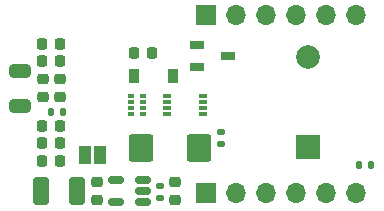
<source format=gbs>
%TF.GenerationSoftware,KiCad,Pcbnew,(6.0.7)*%
%TF.CreationDate,2022-08-25T13:01:18+08:00*%
%TF.ProjectId,T12_SolderingStationScreen,5431325f-536f-46c6-9465-72696e675374,rev?*%
%TF.SameCoordinates,Original*%
%TF.FileFunction,Soldermask,Bot*%
%TF.FilePolarity,Negative*%
%FSLAX45Y45*%
G04 Gerber Fmt 4.5, Leading zero omitted, Abs format (unit mm)*
G04 Created by KiCad (PCBNEW (6.0.7)) date 2022-08-25 13:01:18*
%MOMM*%
%LPD*%
G01*
G04 APERTURE LIST*
G04 Aperture macros list*
%AMRoundRect*
0 Rectangle with rounded corners*
0 $1 Rounding radius*
0 $2 $3 $4 $5 $6 $7 $8 $9 X,Y pos of 4 corners*
0 Add a 4 corners polygon primitive as box body*
4,1,4,$2,$3,$4,$5,$6,$7,$8,$9,$2,$3,0*
0 Add four circle primitives for the rounded corners*
1,1,$1+$1,$2,$3*
1,1,$1+$1,$4,$5*
1,1,$1+$1,$6,$7*
1,1,$1+$1,$8,$9*
0 Add four rect primitives between the rounded corners*
20,1,$1+$1,$2,$3,$4,$5,0*
20,1,$1+$1,$4,$5,$6,$7,0*
20,1,$1+$1,$6,$7,$8,$9,0*
20,1,$1+$1,$8,$9,$2,$3,0*%
G04 Aperture macros list end*
%ADD10RoundRect,0.225000X0.250000X-0.225000X0.250000X0.225000X-0.250000X0.225000X-0.250000X-0.225000X0*%
%ADD11RoundRect,0.225000X-0.250000X0.225000X-0.250000X-0.225000X0.250000X-0.225000X0.250000X0.225000X0*%
%ADD12RoundRect,0.225000X0.225000X0.250000X-0.225000X0.250000X-0.225000X-0.250000X0.225000X-0.250000X0*%
%ADD13R,1.700000X1.700000*%
%ADD14O,1.700000X1.700000*%
%ADD15RoundRect,0.135000X-0.135000X-0.185000X0.135000X-0.185000X0.135000X0.185000X-0.135000X0.185000X0*%
%ADD16R,1.220000X0.650000*%
%ADD17RoundRect,0.135000X0.185000X-0.135000X0.185000X0.135000X-0.185000X0.135000X-0.185000X-0.135000X0*%
%ADD18R,0.800000X0.300000*%
%ADD19R,0.900000X1.200000*%
%ADD20RoundRect,0.135000X0.135000X0.185000X-0.135000X0.185000X-0.135000X-0.185000X0.135000X-0.185000X0*%
%ADD21RoundRect,0.150000X0.512500X0.150000X-0.512500X0.150000X-0.512500X-0.150000X0.512500X-0.150000X0*%
%ADD22R,1.000000X1.500000*%
%ADD23RoundRect,0.135000X-0.185000X0.135000X-0.185000X-0.135000X0.185000X-0.135000X0.185000X0.135000X0*%
%ADD24RoundRect,0.250000X0.650000X-0.325000X0.650000X0.325000X-0.650000X0.325000X-0.650000X-0.325000X0*%
%ADD25R,2.000000X2.000000*%
%ADD26C,2.000000*%
%ADD27RoundRect,0.250000X0.412500X0.925000X-0.412500X0.925000X-0.412500X-0.925000X0.412500X-0.925000X0*%
%ADD28RoundRect,0.250000X-0.787500X-0.925000X0.787500X-0.925000X0.787500X0.925000X-0.787500X0.925000X0*%
%ADD29R,0.500000X0.320000*%
G04 APERTURE END LIST*
D10*
%TO.C,C8*%
X9963220Y-12386340D03*
X9963220Y-12231340D03*
%TD*%
D11*
%TO.C,C2*%
X10934700Y-13103860D03*
X10934700Y-13258860D03*
%TD*%
D12*
%TO.C,C10*%
X10744860Y-12009120D03*
X10589860Y-12009120D03*
%TD*%
D13*
%TO.C,J2*%
X11201360Y-11686460D03*
D14*
X11455360Y-11686460D03*
X11709360Y-11686460D03*
X11963360Y-11686460D03*
X12217360Y-11686460D03*
X12471360Y-11686460D03*
%TD*%
D15*
%TO.C,R3*%
X12499140Y-12956540D03*
X12601140Y-12956540D03*
%TD*%
D12*
%TO.C,C12*%
X9965720Y-12776200D03*
X9810720Y-12776200D03*
%TD*%
D16*
%TO.C,Q1*%
X11126280Y-12132060D03*
X11126280Y-11942060D03*
X11388280Y-12037060D03*
%TD*%
D17*
%TO.C,R2*%
X11325860Y-12778940D03*
X11325860Y-12676940D03*
%TD*%
D18*
%TO.C,U2*%
X11178600Y-12378620D03*
X11178600Y-12428620D03*
X11178600Y-12478620D03*
X11178600Y-12528620D03*
X10868600Y-12528620D03*
X10868600Y-12478620D03*
X10868600Y-12428620D03*
X10868600Y-12378620D03*
%TD*%
D12*
%TO.C,C5*%
X9965720Y-11932920D03*
X9810720Y-11932920D03*
%TD*%
D19*
%TO.C,D1*%
X10919360Y-12202160D03*
X10589360Y-12202160D03*
%TD*%
D12*
%TO.C,C11*%
X9965720Y-12628880D03*
X9810720Y-12628880D03*
%TD*%
D20*
%TO.C,R4*%
X9994220Y-12506960D03*
X9892220Y-12506960D03*
%TD*%
D21*
%TO.C,U1*%
X10669990Y-13086360D03*
X10669990Y-13181360D03*
X10669990Y-13276360D03*
X10442490Y-13276360D03*
X10442490Y-13086360D03*
%TD*%
D22*
%TO.C,JP1*%
X10176280Y-12875260D03*
X10306280Y-12875260D03*
%TD*%
D23*
%TO.C,R1*%
X10812780Y-13135240D03*
X10812780Y-13237240D03*
%TD*%
D24*
%TO.C,C7*%
X9624060Y-12456340D03*
X9624060Y-12161340D03*
%TD*%
D10*
%TO.C,C9*%
X9817100Y-12386340D03*
X9817100Y-12231340D03*
%TD*%
D25*
%TO.C,BZ1*%
X12062460Y-12805680D03*
D26*
X12062460Y-12045680D03*
%TD*%
D12*
%TO.C,C13*%
X9965720Y-12923520D03*
X9810720Y-12923520D03*
%TD*%
D27*
%TO.C,C3*%
X10110550Y-13177520D03*
X9803050Y-13177520D03*
%TD*%
D13*
%TO.C,J1*%
X11198820Y-13197800D03*
D14*
X11452820Y-13197800D03*
X11706820Y-13197800D03*
X11960820Y-13197800D03*
X12214820Y-13197800D03*
X12468820Y-13197800D03*
%TD*%
D28*
%TO.C,C1*%
X10652610Y-12819380D03*
X11145110Y-12819380D03*
%TD*%
D29*
%TO.C,RN1*%
X10569360Y-12528620D03*
X10569360Y-12478620D03*
X10569360Y-12428620D03*
X10569360Y-12378620D03*
X10669360Y-12378620D03*
X10669360Y-12428620D03*
X10669360Y-12478620D03*
X10669360Y-12528620D03*
%TD*%
D12*
%TO.C,C6*%
X9965720Y-12082780D03*
X9810720Y-12082780D03*
%TD*%
D11*
%TO.C,C4*%
X10276840Y-13103860D03*
X10276840Y-13258860D03*
%TD*%
M02*

</source>
